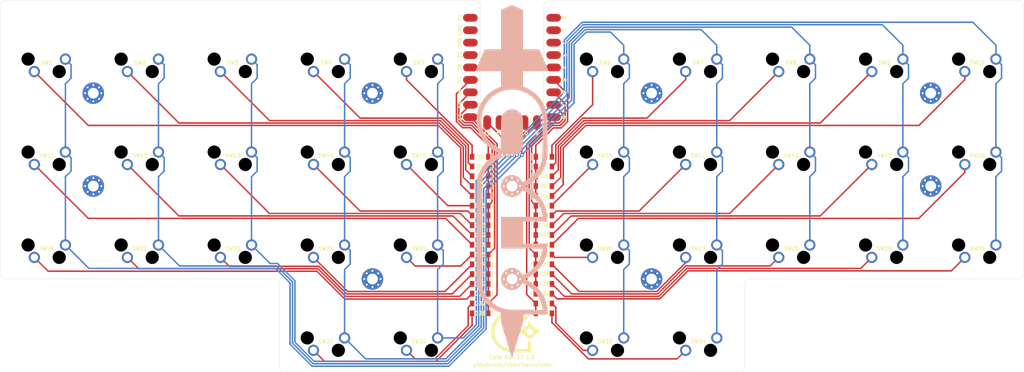
<source format=kicad_pcb>
(kicad_pcb (version 20240108) (generator "pcbnew") (generator_version "8.0")
  (title_block (title "Cata KS-33") (date "2025-07-27") (rev "1.0") (company "skarrmann"))
  (layers (0 "F.Cu" signal) (31 "B.Cu" signal) (34 "B.Paste" user) (35 "F.Paste" user) (36 "B.SilkS" user "B.Silkscreen") (37 "F.SilkS" user "F.Silkscreen") (38 "B.Mask" user) (39 "F.Mask" user) (44 "Edge.Cuts" user))
  (net 0 "")
  (net 1 "VCC")
  (net 6 "Net-(D1-A)")
  (net 7 "ROW1")
  (net 8 "Net-(D2-A)")
  (net 9 "Net-(D3-A)")
  (net 10 "Net-(D4-A)")
  (net 11 "Net-(D5-A)")
  (net 12 "Net-(D6-A)")
  (net 13 "Net-(D7-A)")
  (net 14 "Net-(D8-A)")
  (net 15 "Net-(D9-A)")
  (net 16 "Net-(D10-A)")
  (net 17 "Net-(D11-A)")
  (net 18 "ROW2")
  (net 19 "Net-(D12-A)")
  (net 20 "Net-(D13-A)")
  (net 21 "Net-(D14-A)")
  (net 22 "Net-(D15-A)")
  (net 23 "Net-(D16-A)")
  (net 24 "Net-(D17-A)")
  (net 25 "Net-(D18-A)")
  (net 26 "Net-(D19-A)")
  (net 27 "Net-(D20-A)")
  (net 28 "ROW3")
  (net 29 "Net-(D21-A)")
  (net 30 "Net-(D22-A)")
  (net 31 "Net-(D23-A)")
  (net 32 "Net-(D24-A)")
  (net 33 "Net-(D25-A)")
  (net 34 "Net-(D26-A)")
  (net 35 "Net-(D27-A)")
  (net 36 "Net-(D28-A)")
  (net 37 "Net-(D29-A)")
  (net 38 "Net-(D30-A)")
  (net 39 "Net-(D31-A)")
  (net 40 "ROW4")
  (net 41 "Net-(D32-A)")
  (net 42 "Net-(D33-A)")
  (net 43 "Net-(D34-A)")
  (net 50 "COL1")
  (net 51 "COL2")
  (net 52 "COL3")
  (net 53 "COL4")
  (net 54 "COL5")
  (net 56 "GND")
  (net 60 "ROW5")
  (net 61 "ROW6")
  (net 62 "ROW7")
  (net 63 "ROW8")
  (footprint "cata-footprints:D_SOD-123" (layer "F.Cu") (at 155 105.25)
    (property "Reference" "D9")
    (property "Value" "D" (hide yes))
  )
  (footprint "cata-footprints:SW_KS33_Reverse_Cutout" (layer "F.Cu") (at 91.5 114.75 180)
    (property "Reference" "SW23")
    (property "Value" "SW_Push")
  )
  (footprint "cata-footprints:D_SOD-123" (layer "F.Cu") (at 155 101.25)
    (property "Reference" "D7")
    (property "Value" "D" (hide yes))
  )
  (footprint "cata-footprints:D_SOD-123" (layer "F.Cu") (at 155 115.25)
    (property "Reference" "D19")
    (property "Value" "D" (hide yes))
  )
  (footprint "cata-footprints:SW_KS33_Reverse_Cutout" (layer "F.Cu") (at 72.5 95.75 180)
    (property "Reference" "SW12")
    (property "Value" "SW_Push")
  )
  (footprint "cata-footprints:SW_KS33_Reverse_Cutout" (layer "F.Cu") (at 205.5 76.75 180)
    (property "Reference" "SW8")
    (property "Value" "SW_Push")
  )
  (footprint "cata-footprints:SW_KS33_Reverse_Cutout" (layer "F.Cu") (at 129.5 114.75 180)
    (property "Reference" "SW25")
    (property "Value" "SW_Push")
  )
  (footprint "cata-footprints:D_SOD-123" (layer "F.Cu") (at 155 111.25)
    (property "Reference" "D17")
    (property "Value" "D" (hide yes))
  )
  (footprint "cata-footprints:Mount_M2" (layer "F.Cu") (at 148.5 105.25)
    (property "Reference" "H6")
    (property "Value" "Hole_Pad" (hide yes))
  )
  (footprint "cata-footprints:D_SOD-123" (layer "F.Cu") (at 142 117.25 180)
    (property "Reference" "D11")
    (property "Value" "D" (hide yes))
  )
  (footprint "cata-footprints:D_SOD-123" (layer "F.Cu") (at 142 99.25 180)
    (property "Reference" "D5")
    (property "Value" "D" (hide yes))
  )
  (footprint "cata-footprints:SW_KS33_Reverse_Cutout" (layer "F.Cu") (at 110.5 114.75 180)
    (property "Reference" "SW24")
    (property "Value" "SW_Push")
  )
  (footprint "cata-footprints:D_SOD-123" (layer "F.Cu") (at 155 131.25)
    (property "Reference" "D34")
    (property "Value" "D" (hide yes))
  )
  (footprint "cata-footprints:SW_KS33_Reverse_Cutout" (layer "F.Cu") (at 53.5 114.75 180)
    (property "Reference" "SW21")
    (property "Value" "SW_Push")
  )
  (footprint "cata-footprints:D_SOD-123" (layer "F.Cu") (at 142 129.25 180)
    (property "Reference" "D32")
    (property "Value" "D" (hide yes))
  )
  (footprint "cata-footprints:D_SOD-123" (layer "F.Cu") (at 155 109.25)
    (property "Reference" "D16")
    (property "Value" "D" (hide yes))
  )
  (footprint "cata-footprints:SW_KS33_Reverse_Cutout" (layer "F.Cu") (at 243.5 114.75 180)
    (property "Reference" "SW30")
    (property "Value" "SW_Push")
  )
  (footprint "cata-footprints:D_SOD-123" (layer "F.Cu") (at 155 123.25)
    (property "Reference" "D28")
    (property "Value" "D" (hide yes))
  )
  (footprint "cata-footprints:SW_KS33_Reverse_Cutout" (layer "F.Cu") (at 186.5 76.75 180)
    (property "Reference" "SW7")
    (property "Value" "SW_Push")
  )
  (footprint "cata-footprints:D_SOD-123" (layer "F.Cu") (at 155 99.25)
    (property "Reference" "D6")
    (property "Value" "D" (hide yes))
  )
  (footprint "cata-footprints:D_SOD-123" (layer "F.Cu") (at 142 109.25 180)
    (property "Reference" "D15")
    (property "Value" "D" (hide yes))
  )
  (footprint "cata-footprints:SW_KS33_Reverse_Cutout" (layer "F.Cu") (at 243.5 76.75 180)
    (property "Reference" "SW10")
    (property "Value" "SW_Push")
  )
  (footprint "cata-footprints:SW_KS33_Reverse_Cutout" (layer "F.Cu") (at 167.5 114.75 180)
    (property "Reference" "SW26")
    (property "Value" "SW_Push")
  )
  (footprint "cata-footprints:D_SOD-123" (layer "F.Cu") (at 155 117.25)
    (property "Reference" "D20")
    (property "Value" "D" (hide yes))
  )
  (footprint "cata-footprints:SW_KS33_Reverse_Cutout" (layer "F.Cu") (at 91.5 95.75 180)
    (property "Reference" "SW13")
    (property "Value" "SW_Push")
  )
  (footprint "cata-footprints:D_SOD-123" (layer "F.Cu") (at 142 103.25 180)
    (property "Reference" "D3")
    (property "Value" "D" (hide yes))
  )
  (footprint "cata-footprints:SW_KS33_Reverse_Cutout" (layer "F.Cu") (at 110.5 95.75 180)
    (property "Reference" "SW14")
    (property "Value" "SW_Push")
  )
  (footprint "cata-footprints:Mount_M2" (layer "F.Cu") (at 120 86.25)
    (property "Reference" "H2")
    (property "Value" "Hole_Pad" (hide yes))
  )
  (footprint "cata-footprints:Mount_M2" (layer "F.Cu") (at 234 86.25)
    (property "Reference" "H4")
    (property "Value" "Hole_Pad" (hide yes))
  )
  (footprint "cata-footprints:SW_KS33_Reverse_Cutout" (layer "F.Cu") (at 129.5 76.75 180)
    (property "Reference" "SW5")
    (property "Value" "SW_Push")
  )
  (footprint "cata-footprints:D_SOD-123" (layer "F.Cu") (at 142 119.25 180)
    (property "Reference" "D25")
    (property "Value" "D" (hide yes))
  )
  (footprint "cata-footprints:SW_KS33_Reverse_Cutout" (layer "F.Cu") (at 110.5 76.75 180)
    (property "Reference" "SW4")
    (property "Value" "SW_Push")
  )
  (footprint "cata-footprints:Logo_Cata" (layer "F.Cu") (at 149.1 135)
    (property "Reference" "LOGO1" (hide yes))
    (property "Value" "Logo" (hide yes))
  )
  (footprint "cata-footprints:SW_KS33_Reverse_Cutout" (layer "F.Cu") (at 205.5 95.75 180)
    (property "Reference" "SW18")
    (property "Value" "SW_Push")
  )
  (footprint "cata-footprints:Mount_M2" (layer "F.Cu") (at 63 86.25)
    (property "Reference" "H1")
    (property "Value" "Hole_Pad" (hide yes))
  )
  (footprint "cata-footprints:Mount_M2" (layer "F.Cu") (at 120 124.25)
    (property "Reference" "H8")
    (property "Value" "Hole_Pad" (hide yes))
  )
  (footprint "cata-footprints:SW_KS33_Reverse_Cutout" (layer "F.Cu") (at 167.5 133.75 180)
    (property "Reference" "SW33")
    (property "Value" "SW_Push")
  )
  (footprint "cata-footprints:SW_KS33_Reverse_Cutout" (layer "F.Cu") (at 167.5 95.75 180)
    (property "Reference" "SW16")
    (property "Value" "SW_Push")
  )
  (footprint "cata-footprints:SW_KS33_Reverse_Cutout" (layer "F.Cu") (at 167.5 76.75 180)
    (property "Reference" "SW6")
    (property "Value" "SW_Push")
  )
  (footprint "cata-footprints:D_SOD-123" (layer "F.Cu") (at 155 103.25)
    (property "Reference" "D8")
    (property "Value" "D" (hide yes))
  )
  (footprint "cata-footprints:D_SOD-123" (layer "F.Cu") (at 142 131.25 180)
    (property "Reference" "D31")
    (property "Value" "D" (hide yes))
  )
  (footprint "cata-footprints:D_SOD-123" (layer "F.Cu") (at 142 121.25 180)
    (property "Reference" "D24")
    (property "Value" "D" (hide yes))
  )
  (footprint "cata-footprints:D_SOD-123" (layer "F.Cu") (at 155 125.25)
    (property "Reference" "D29")
    (property "Value" "D" (hide yes))
  )
  (footprint "cata-footprints:SW_KS33_Reverse_Cutout" (layer "F.Cu") (at 186.5 133.75 180)
    (property "Reference" "SW34")
    (property "Value" "SW_Push")
  )
  (footprint "cata-footprints:D_SOD-123" (layer "F.Cu") (at 155 113.25)
    (property "Reference" "D18")
    (property "Value" "D" (hide yes))
  )
  (footprint "cata-footprints:SW_KS33_Reverse_Cutout" (layer "F.Cu") (at 72.5 76.75 180)
    (property "Reference" "SW2")
    (property "Value" "SW_Push")
  )
  (footprint "cata-footprints:SW_KS33_Reverse_Cutout" (layer "F.Cu") (at 205.5 114.75 180)
    (property "Reference" "SW28")
    (property "Value" "SW_Push")
  )
  (footprint "cata-footprints:SW_KS33_Reverse_Cutout" (layer "F.Cu") (at 224.5 95.75 180)
    (property "Reference" "SW19")
    (property "Value" "SW_Push")
  )
  (footprint "cata-footprints:SW_KS33_Reverse_Cutout" (layer "F.Cu") (at 53.5 76.75 180)
    (property "Reference" "SW1")
    (property "Value" "SW_Push")
  )
  (footprint "cata-footprints:SW_KS33_Reverse_Cutout" (layer "F.Cu") (at 186.5 114.75 180)
    (property "Reference" "SW27")
    (property "Value" "SW_Push")
  )
  (footprint "cata-footprints:D_SOD-123" (layer "F.Cu") (at 155 107.25)
    (property "Reference" "D10")
    (property "Value" "D" (hide yes))
  )
  (footprint "cata-footprints:SW_KS33_Reverse_Cutout" (layer "F.Cu") (at 129.5 133.75 180)
    (property "Reference" "SW32")
    (property "Value" "SW_Push")
  )
  (footprint "cata-footprints:SW_KS33_Reverse_Cutout" (layer "F.Cu") (at 110.5 133.75 180)
    (property "Reference" "SW31")
    (property "Value" "SW_Push")
  )
  (footprint "cata-footprints:D_SOD-123" (layer "F.Cu") (at 155 129.25)
    (property "Reference" "D33")
    (property "Value" "D" (hide yes))
  )
  (footprint "cata-footprints:D_SOD-123" (layer "F.Cu") (at 142 111.25 180)
    (property "Reference" "D14")
    (property "Value" "D" (hide yes))
  )
  (footprint "cata-footprints:Mount_M2" (layer "F.Cu") (at 63 105.25)
    (property "Reference" "H5")
    (property "Value" "Hole_Pad" (hide yes))
  )
  (footprint "cata-footprints:SW_KS33_Reverse_Cutout" (layer "F.Cu") (at 53.5 95.75 180)
    (property "Reference" "SW11")
    (property "Value" "SW_Push")
  )
  (footprint "cata-footprints:SW_KS33_Reverse_Cutout" (layer "F.Cu") (at 72.5 114.75 180)
    (property "Reference" "SW22")
    (property "Value" "SW_Push")
  )
  (footprint "cata-footprints:Mount_M2" (layer "F.Cu") (at 148.5 124.25)
    (property "Reference" "H9")
    (property "Value" "Hole_Pad" (hide yes))
  )
  (footprint "cata-footprints:D_SOD-123" (layer "F.Cu") (at 155 127.25)
    (property "Reference" "D30")
    (property "Value" "D" (hide yes))
  )
  (footprint "cata-footprints:SW_KS33_Reverse_Cutout" (layer "F.Cu") (at 224.5 76.75 180)
    (property "Reference" "SW9")
    (property "Value" "SW_Push")
  )
  (footprint "cata-footprints:D_SOD-123" (layer "F.Cu") (at 142 113.25 180)
    (property "Reference" "D13")
    (property "Value" "D" (hide yes))
  )
  (footprint "cata-footprints:Mount_M2" (layer "F.Cu") (at 234 105.25)
    (property "Reference" "H7")
    (property "Value" "Hole_Pad" (hide yes))
  )
  (footprint "cata-footprints:D_SOD-123" (layer "F.Cu") (at 142 101.25 180)
    (property "Reference" "D4")
    (property "Value" "D" (hide yes))
  )
  (footprint "cata-footprints:RP2040-Zero_SMD" (layer "F.Cu") (at 148.5 69.25)
    (property "Reference" "U1" (hide yes))
    (property "Value" "RP2040-Zero")
  )
  (footprint "cata-footprints:D_SOD-123" (layer "F.Cu") (at 142 125.25 180)
    (property "Reference" "D22")
    (property "Value" "D" (hide yes))
  )
  (footprint "cata-footprints:D_SOD-123" (layer "F.Cu") (at 142 127.25 180)
    (property "Reference" "D21")
    (property "Value" "D" (hide yes))
  )
  (footprint "cata-footprints:D_SOD-123" (layer "F.Cu") (at 142 105.25 180)
    (property "Reference" "D2")
    (property "Value" "D" (hide yes))
  )
  (footprint "cata-footprints:D_SOD-123" (layer "F.Cu") (at 155 121.25)
    (property "Reference" "D27")
    (property "Value" "D" (hide yes))
  )
  (footprint "cata-footprints:Mount_M2" (layer "F.Cu") (at 177 124.25)
    (property "Reference" "H10")
    (property "Value" "Hole_Pad" (hide yes))
  )
  (footprint "cata-footprints:D_SOD-123" (layer "F.Cu") (at 142 123.25 180)
    (property "Reference" "D23")
    (property "Value" "D" (hide yes))
  )
  (footprint "cata-footprints:D_SOD-123" (layer "F.Cu") (at 155 119.25)
    (property "Reference" "D26")
    (property "Value" "D" (hide yes))
  )
  (footprint "cata-footprints:Mount_M2" (layer "F.Cu") (at 177 86.25)
    (property "Reference" "H3")
    (property "Value" "Hole_Pad" (hide yes))
  )
  (footprint "cata-footprints:D_SOD-123" (layer "F.Cu") (at 142 115.25 180)
    (property "Reference" "D12")
    (property "Value" "D" (hide yes))
  )
  (footprint "cata-footprints:D_SOD-123" (layer "F.Cu") (at 142 107.25 180)
    (property "Reference" "D1")
    (property "Value" "D" (hide yes))
  )
  (footprint "cata-footprints:SW_KS33_Reverse_Cutout" (layer "F.Cu") (at 224.5 114.75 180)
    (property "Reference" "SW29")
    (property "Value" "SW_Push")
  )
  (footprint "cata-footprints:SW_KS33_Reverse_Cutout" (layer "F.Cu") (at 186.5 95.75 180)
    (property "Reference" "SW17")
    (property "Value" "SW_Push")
  )
  (footprint "cata-footprints:SW_KS33_Reverse_Cutout" (layer "F.Cu") (at 91.5 76.75 180)
    (property "Reference" "SW3")
    (property "Value" "SW_Push")
  )
  (footprint "cata-footprints:SW_KS33_Reverse_Cutout" (layer "F.Cu") (at 129.5 95.75 180)
    (property "Reference" "SW15")
    (property "Value" "SW_Push")
  )
  (footprint "cata-footprints:SW_KS33_Reverse_Cutout" (layer "F.Cu") (at 243.5 95.75 180)
    (property "Reference" "SW20")
    (property "Value" "SW_Push")
  )
  (footprint "cata-footprints:Logo_Cata_Name" (layer "B.Cu") (at 148.5 105.25 180)
    (property "Reference" "LOGO2" (hide yes))
    (property "Value" "Logo-Name" (hide yes))
  )
  (gr_arc (start 155 68.25) (mid 155.292893 67.542893) (end 156 67.25) (stroke (width 0.05)) (layer "Edge.Cuts"))
  (gr_line (start 154 90.25) (end 143 90.25) (stroke (width 0.05)) (layer "Edge.Cuts"))
  (gr_arc (start 143 90.25) (mid 142.292893 89.957107) (end 142 89.25) (stroke (width 0.05)) (layer "Edge.Cuts"))
  (gr_line (start 253 123.25) (end 253 68.25) (stroke (width 0.05)) (layer "Edge.Cuts"))
  (gr_arc (start 45.000001 124.249999) (mid 44.292894 123.957106) (end 44.000001 123.249999) (stroke (width 0.05)) (layer "Edge.Cuts"))
  (gr_line (start 197.000001 124.250001) (end 252 124.25) (stroke (width 0.05)) (layer "Edge.Cuts"))
  (gr_line (start 44.000001 123.249999) (end 44 68.25) (stroke (width 0.05)) (layer "Edge.Cuts"))
  (gr_arc (start 44 68.25) (mid 44.292893 67.542893) (end 45 67.25) (stroke (width 0.05)) (layer "Edge.Cuts"))
  (gr_line (start 252 67.25) (end 156 67.25) (stroke (width 0.05)) (layer "Edge.Cuts"))
  (gr_arc (start 99.999999 124.250001) (mid 100.707106 124.542894) (end 100.999999 125.250001) (stroke (width 0.05)) (layer "Edge.Cuts"))
  (gr_line (start 45.000001 124.249999) (end 99.999999 124.250001) (stroke (width 0.05)) (layer "Edge.Cuts"))
  (gr_arc (start 141 67.25) (mid 141.707107 67.542893) (end 142 68.25) (stroke (width 0.05)) (layer "Edge.Cuts"))
  (gr_line (start 45 67.25) (end 141 67.25) (stroke (width 0.05)) (layer "Edge.Cuts"))
  (gr_line (start 100.999999 125.250001) (end 101.000001 142.249999) (stroke (width 0.05)) (layer "Edge.Cuts"))
  (gr_arc (start 195.999999 142.249999) (mid 195.707106 142.957106) (end 194.999999 143.249999) (stroke (width 0.05)) (layer "Edge.Cuts"))
  (gr_arc (start 252 67.25) (mid 252.707107 67.542893) (end 253 68.25) (stroke (width 0.05)) (layer "Edge.Cuts"))
  (gr_line (start 102.000001 143.249999) (end 194.999999 143.249999) (stroke (width 0.05)) (layer "Edge.Cuts"))
  (gr_line (start 155 68.25) (end 155 89.25) (stroke (width 0.05)) (layer "Edge.Cuts"))
  (gr_line (start 142 68.25) (end 142 89.25) (stroke (width 0.05)) (layer "Edge.Cuts"))
  (gr_arc (start 253 123.25) (mid 252.707107 123.957107) (end 252 124.25) (stroke (width 0.05)) (layer "Edge.Cuts"))
  (gr_arc (start 102.000001 143.249999) (mid 101.292894 142.957106) (end 101.000001 142.249999) (stroke (width 0.05)) (layer "Edge.Cuts"))
  (gr_line (start 195.999999 142.249999) (end 196.000001 125.250001) (stroke (width 0.05)) (layer "Edge.Cuts"))
  (gr_arc (start 196.000001 125.250001) (mid 196.292894 124.542894) (end 197.000001 124.250001) (stroke (width 0.05)) (layer "Edge.Cuts"))
  (gr_arc (start 155 89.25) (mid 154.707107 89.957107) (end 154 90.25) (stroke (width 0.05)) (layer "Edge.Cuts"))
  (gr_text "Cata KS-33 1.0" (at 148.5 140.25 0) (layer "F.SilkS") (effects (font (size 0.75 0.75))))
  (gr_text "github.com/skarrmann/cata\n" (at 148.5 141.75 0) (layer "F.SilkS") (effects (font (size 0.75 0.75))))
  (segment (start 50.96 81.83) (end 61.98 92.85) (width 0.3) (layer "F.Cu") (net 6))
  (segment (start 138.05 104.95) (end 140.35 107.25) (width 0.3) (layer "F.Cu") (net 6))
  (segment (start 138.05 97.452233) (end 138.05 104.95) (width 0.3) (layer "F.Cu") (net 6))
  (segment (start 133.447767 92.85) (end 138.05 97.452233) (width 0.3) (layer "F.Cu") (net 6))
  (segment (start 61.98 92.85) (end 133.447767 92.85) (width 0.3) (layer "F.Cu") (net 6))
  (segment (start 137.15 86.39) (end 137.15 92.050558) (width 0.3) (layer "F.Cu") (net 7))
  (segment (start 143.65 99.25) (end 143.65 107.25) (width 0.3) (layer "F.Cu") (net 7))
  (segment (start 138.021168 92.921726) (end 138.021168 92.921728) (width 0.3) (layer "F.Cu") (net 7))
  (segment (start 138.021168 92.921728) (end 138.40944 93.31) (width 0.3) (layer "F.Cu") (net 7))
  (segment (start 138.40944 93.31) (end 140.028682 93.31) (width 0.3) (layer "F.Cu") (net 7))
  (segment (start 143.65 96.931318) (end 143.65 99.25) (width 0.3) (layer "F.Cu") (net 7))
  (segment (start 137.15 92.050558) (end 138.021168 92.921726) (width 0.3) (layer "F.Cu") (net 7))
  (segment (start 140 83.54) (end 137.15 86.39) (width 0.3) (layer "F.Cu") (net 7))
  (segment (start 140.028682 93.31) (end 143.65 96.931318) (width 0.3) (layer "F.Cu") (net 7))
  (segment (start 140.35 105.25) (end 138.55 103.45) (width 0.3) (layer "F.Cu") (net 8))
  (segment (start 138.55 103.45) (end 138.55 97.245127) (width 0.3) (layer "F.Cu") (net 8))
  (segment (start 133.654873 92.35) (end 80.48 92.35) (width 0.3) (layer "F.Cu") (net 8))
  (segment (start 138.55 97.245127) (end 133.654873 92.35) (width 0.3) (layer "F.Cu") (net 8))
  (segment (start 80.48 92.35) (end 69.96 81.83) (width 0.3) (layer "F.Cu") (net 8))
  (segment (start 139.05 101.95) (end 139.05 97.038019) (width 0.3) (layer "F.Cu") (net 9))
  (segment (start 140.35 103.25) (end 139.05 101.95) (width 0.3) (layer "F.Cu") (net 9))
  (segment (start 139.05 97.038019) (end 133.861981 91.85) (width 0.3) (layer "F.Cu") (net 9))
  (segment (start 98.98 91.85) (end 88.96 81.83) (width 0.3) (layer "F.Cu") (net 9))
  (segment (start 133.861981 91.85) (end 98.98 91.85) (width 0.3) (layer "F.Cu") (net 9))
  (segment (start 134.069088 91.35) (end 117.48 91.35) (width 0.3) (layer "F.Cu") (net 10))
  (segment (start 140.35 101.25) (end 139.55 100.45) (width 0.3) (layer "F.Cu") (net 10))
  (segment (start 117.48 91.35) (end 107.96 81.83) (width 0.3) (layer "F.Cu") (net 10))
  (segment (start 139.55 96.830912) (end 139.55 100.45) (width 0.3) (layer "F.Cu") (net 10))
  (segment (start 134.069088 91.35) (end 139.55 96.830912) (width 0.3) (layer "F.Cu") (net 10))
  (segment (start 136.888097 93.461903) (end 140.35 96.923806) (width 0.3) (layer "F.Cu") (net 11))
  (segment (start 126.96 83.533805) (end 126.96 81.83) (width 0.3) (layer "F.Cu") (net 11))
  (segment (start 136.888097 93.461903) (end 126.96 83.533805) (width 0.3) (layer "F.Cu") (net 11))
  (segment (start 140.35 99.25) (end 140.35 96.923806) (width 0.3) (layer "F.Cu") (net 11))
  (segment (start 164.96 81.83) (end 164.96 88.613806) (width 0.3) (layer "F.Cu") (net 12))
  (segment (start 164.96 88.613806) (end 156.65 96.923806) (width 0.3) (layer "F.Cu") (net 12))
  (segment (start 156.65 96.923806) (end 156.65 99.25) (width 0.3) (layer "F.Cu") (net 12))
  (segment (start 183.96 81.83) (end 183.96 83.456345) (width 0.3) (layer "F.Cu") (net 13))
  (segment (start 157.45 100.45) (end 156.65 101.25) (width 0.3) (layer "F.Cu") (net 13))
  (segment (start 162.930912 91.35) (end 157.45 96.830912) (width 0.3) (layer "F.Cu") (net 13))
  (segment (start 183.96 83.456345) (end 176.066345 91.35) (width 0.3) (layer "F.Cu") (net 13))
  (segment (start 157.45 96.830912) (end 157.45 100.45) (width 0.3) (layer "F.Cu") (net 13))
  (segment (start 176.066345 91.35) (end 162.930912 91.35) (width 0.3) (layer "F.Cu") (net 13))
  (segment (start 157.95 101.95) (end 156.65 103.25) (width 0.3) (layer "F.Cu") (net 14))
  (segment (start 202.96 81.83) (end 192.94 91.85) (width 0.3) (layer "F.Cu") (net 14))
  (segment (start 192.94 91.85) (end 163.138019 91.85) (width 0.3) (layer "F.Cu") (net 14))
  (segment (start 163.138019 91.85) (end 157.95 97.038019) (width 0.3) (layer "F.Cu") (net 14))
  (segment (start 157.95 97.038019) (end 157.95 101.95) (width 0.3) (layer "F.Cu") (net 14))
  (segment (start 221.96 81.83) (end 211.44 92.35) (width 0.3) (layer "F.Cu") (net 15))
  (segment (start 158.45 97.245126) (end 158.45 103.45) (width 0.3) (layer "F.Cu") (net 15))
  (segment (start 158.45 103.45) (end 156.65 105.25) (width 0.3) (layer "F.Cu") (net 15))
  (segment (start 211.44 92.35) (end 163.345126 92.35) (width 0.3) (layer "F.Cu") (net 15))
  (segment (start 163.345126 92.35) (end 158.45 97.245126) (width 0.3) (layer "F.Cu") (net 15))
  (segment (start 158.95 104.95) (end 156.65 107.25) (width 0.3) (layer "F.Cu") (net 16))
  (segment (start 163.552233 92.85) (end 158.95 97.452233) (width 0.3) (layer "F.Cu") (net 16))
  (segment (start 231.6 92.85) (end 163.552233 92.85) (width 0.3) (layer "F.Cu") (net 16))
  (segment (start 158.95 97.452233) (end 158.95 104.95) (width 0.3) (layer "F.Cu") (net 16))
  (segment (start 240.96 83.49) (end 231.6 92.85) (width 0.3) (layer "F.Cu") (net 16))
  (segment (start 240.96 81.83) (end 240.96 83.49) (width 0.3) (layer "F.Cu") (net 16))
  (segment (start 61.98 111.85) (end 134.95 111.85) (width 0.3) (layer "F.Cu") (net 17))
  (segment (start 50.96 100.83) (end 61.98 111.85) (width 0.3) (layer "F.Cu") (net 17))
  (segment (start 134.95 111.85) (end 140.35 117.25) (width 0.3) (layer "F.Cu") (net 17))
  (segment (start 153.35 96.931318) (end 153.35 99.25) (width 0.3) (layer "F.Cu") (net 18))
  (segment (start 157 83.54) (end 159.85 86.39) (width 0.3) (layer "F.Cu") (net 18))
  (segment (start 156.931318 93.35) (end 153.35 96.931318) (width 0.3) (layer "F.Cu") (net 18))
  (segment (start 159.85 86.39) (end 159.85 92.050558) (width 0.3) (layer "F.Cu") (net 18))
  (segment (start 153.35 99.25) (end 153.35 107.25) (width 0.3) (layer "F.Cu") (net 18))
  (segment (start 158.550558 93.35) (end 156.931318 93.35) (width 0.3) (layer "F.Cu") (net 18))
  (segment (start 159.85 92.050558) (end 158.550558 93.35) (width 0.3) (layer "F.Cu") (net 18))
  (segment (start 80.48 111.35) (end 136.45 111.35) (width 0.3) (layer "F.Cu") (net 19))
  (segment (start 69.96 100.83) (end 80.48 111.35) (width 0.3) (layer "F.Cu") (net 19))
  (segment (start 136.45 111.35) (end 140.35 115.25) (width 0.3) (layer "F.Cu") (net 19))
  (segment (start 98.98 110.85) (end 137.95 110.85) (width 0.3) (layer "F.Cu") (net 20))
  (segment (start 88.96 100.83) (end 98.98 110.85) (width 0.3) (layer "F.Cu") (net 20))
  (segment (start 137.95 110.85) (end 140.35 113.25) (width 0.3) (layer "F.Cu") (net 20))
  (segment (start 139.45 110.35) (end 140.35 111.25) (width 0.3) (layer "F.Cu") (net 21))
  (segment (start 117.48 110.35) (end 139.45 110.35) (width 0.3) (layer "F.Cu") (net 21))
  (segment (start 107.96 100.83) (end 117.48 110.35) (width 0.3) (layer "F.Cu") (net 21))
  (segment (start 135.38 109.25) (end 126.96 100.83) (width 0.3) (layer "F.Cu") (net 22))
  (segment (start 140.35 109.25) (end 135.38 109.25) (width 0.3) (layer "F.Cu") (net 22))
  (segment (start 156.65 109.14) (end 164.96 100.83) (width 0.3) (layer "F.Cu") (net 23))
  (segment (start 156.65 109.25) (end 156.65 109.14) (width 0.3) (layer "F.Cu") (net 23))
  (segment (start 156.65 111.25) (end 157.55 110.35) (width 0.3) (layer "F.Cu") (net 24))
  (segment (start 174.44 110.35) (end 183.96 100.83) (width 0.3) (layer "F.Cu") (net 24))
  (segment (start 157.55 110.35) (end 174.44 110.35) (width 0.3) (layer "F.Cu") (net 24))
  (segment (start 192.94 110.85) (end 202.96 100.83) (width 0.3) (layer "F.Cu") (net 25))
  (segment (start 159.05 110.85) (end 192.94 110.85) (width 0.3) (layer "F.Cu") (net 25))
  (segment (start 156.65 113.25) (end 159.05 110.85) (width 0.3) (layer "F.Cu") (net 25))
  (segment (start 160.55 111.35) (end 211.44 111.35) (width 0.3) (layer "F.Cu") (net 26))
  (segment (start 211.44 111.35) (end 221.96 100.83) (width 0.3) (layer "F.Cu") (net 26))
  (segment (start 156.65 115.25) (end 160.55 111.35) (width 0.3) (layer "F.Cu") (net 26))
  (segment (start 162.05 111.85) (end 231.566345 111.85) (width 0.3) (layer "F.Cu") (net 27))
  (segment (start 156.65 117.25) (end 162.05 111.85) (width 0.3) (layer "F.Cu") (net 27))
  (segment (start 240.96 102.456345) (end 231.566345 111.85) (width 0.3) (layer "F.Cu") (net 27))
  (segment (start 240.96 100.83) (end 240.96 102.456345) (width 0.3) (layer "F.Cu") (net 27))
  (segment (start 138.616547 92.81) (end 139.7 92.81) (width 0.3) (layer "F.Cu") (net 28))
  (segment (start 144.45 97.024212) (end 144.45 108.45) (width 0.3) (layer "F.Cu") (net 28))
  (segment (start 141.634341 94.208553) (end 143.637894 96.212106) (width 0.3) (layer "F.Cu") (net 28))
  (segment (start 138.228274 92.421726) (end 138.323654 92.517107) (width 0.3) (layer "F.Cu") (net 28))
  (segment (start 137.65 88.43) (end 137.65 91.35) (width 0.3) (layer "F.Cu") (net 28))
  (segment (start 138.323654 92.517107) (end 138.616547 92.81) (width 0.3) (layer "F.Cu") (net 28))
  (segment (start 137.65 91.35) (end 137.65 91.843452) (width 0.3) (layer "F.Cu") (net 28))
  (segment (start 144.45 108.45) (end 143.65 109.25) (width 0.3) (layer "F.Cu") (net 28))
  (segment (start 139.7 92.81) (end 140.235788 92.81) (width 0.3) (layer "F.Cu") (net 28))
  (segment (start 140.235788 92.81) (end 141.634341 94.208553) (width 0.3) (layer "F.Cu") (net 28))
  (segment (start 137.65 91.843452) (end 138.228274 92.421726) (width 0.3) (layer "F.Cu") (net 28))
  (segment (start 140 86.08) (end 137.65 88.43) (width 0.3) (layer "F.Cu") (net 28))
  (segment (start 143.65 109.25) (end 143.65 117.25) (width 0.3) (layer "F.Cu") (net 28))
  (segment (start 143.637894 96.212106) (end 144.45 97.024212) (width 0.3) (layer "F.Cu") (net 28))
  (segment (start 140.35 127.25) (end 139.25 128.35) (width 0.3) (layer "F.Cu") (net 29))
  (segment (start 139.25 128.35) (end 114.358682 128.35) (width 0.3) (layer "F.Cu") (net 29))
  (segment (start 114.358682 128.35) (end 108.658682 122.65) (width 0.3) (layer "F.Cu") (net 29))
  (segment (start 53.78 122.65) (end 50.96 119.83) (width 0.3) (layer "F.Cu") (net 29))
  (segment (start 108.658682 122.65) (end 53.78 122.65) (width 0.3) (layer "F.Cu") (net 29))
  (segment (start 108.865788 122.15) (end 72.28 122.15) (width 0.3) (layer "F.Cu") (net 30))
  (segment (start 114.515788 127.8) (end 108.865788 122.15) (width 0.3) (layer "F.Cu") (net 30))
  (segment (start 140.35 125.25) (end 137.8 127.8) (width 0.3) (layer "F.Cu") (net 30))
  (segment (start 137.8 127.8) (end 114.515788 127.8) (width 0.3) (layer "F.Cu") (net 30))
  (segment (start 72.28 122.15) (end 69.96 119.83) (width 0.3) (layer "F.Cu") (net 30))
  (segment (start 140.35 123.25) (end 136.3 127.3) (width 0.3) (layer "F.Cu") (net 31))
  (segment (start 136.3 127.3) (end 114.722894 127.3) (width 0.3) (layer "F.Cu") (net 31))
  (segment (start 90.78 121.65) (end 88.96 119.83) (width 0.3) (layer "F.Cu") (net 31))
  (segment (start 109.072894 121.65) (end 90.78 121.65) (width 0.3) (layer "F.Cu") (net 31))
  (segment (start 114.722894 127.3) (end 109.072894 121.65) (width 0.3) (layer "F.Cu") (net 31))
  (segment (start 107.96 119.83) (end 114.93 126.8) (width 0.3) (layer "F.Cu") (net 32))
  (segment (start 114.93 126.8) (end 134.8 126.8) (width 0.3) (layer "F.Cu") (net 32))
  (segment (start 134.8 126.8) (end 140.35 121.25) (width 0.3) (layer "F.Cu") (net 32))
  (segment (start 138.02 121.58) (end 128.71 121.58) (width 0.3) (layer "F.Cu") (net 33))
  (segment (start 140.35 119.25) (end 138.02 121.58) (width 0.3) (layer "F.Cu") (net 33))
  (segment (start 128.71 121.58) (end 126.96 119.83) (width 0.3) (layer "F.Cu") (net 33))
  (segment (start 164.96 119.83) (end 157.23 119.83) (width 0.3) (layer "F.Cu") (net 34))
  (segment (start 157.23 119.83) (end 156.65 119.25) (width 0.3) (layer "F.Cu") (net 34))
  (segment (start 156.65 121.25) (end 162.2 126.8) (width 0.3) (layer "F.Cu") (net 35))
  (segment (start 178.056245 126.8) (end 183.96 120.896245) (width 0.3) (layer "F.Cu") (net 35))
  (segment (start 162.2 126.8) (end 178.056245 126.8) (width 0.3) (layer "F.Cu") (net 35))
  (segment (start 183.96 120.896245) (end 183.96 119.83) (width 0.3) (layer "F.Cu") (net 35))
  (segment (start 160.7 127.3) (end 178.263351 127.3) (width 0.3) (layer "F.Cu") (net 36))
  (segment (start 183.983351 121.58) (end 201.21 121.58) (width 0.3) (layer "F.Cu") (net 36))
  (segment (start 201.21 121.58) (end 202.96 119.83) (width 0.3) (layer "F.Cu") (net 36))
  (segment (start 156.65 123.25) (end 160.7 127.3) (width 0.3) (layer "F.Cu") (net 36))
  (segment (start 178.263351 127.3) (end 183.983351 121.58) (width 0.3) (layer "F.Cu") (net 36))
  (segment (start 156.65 125.25) (end 159.2 127.8) (width 0.3) (layer "F.Cu") (net 37))
  (segment (start 178.470457 127.8) (end 184.190457 122.08) (width 0.3) (layer "F.Cu") (net 37))
  (segment (start 159.2 127.8) (end 178.470457 127.8) (width 0.3) (layer "F.Cu") (net 37))
  (segment (start 219.71 122.08) (end 221.96 119.83) (width 0.3) (layer "F.Cu") (net 37))
  (segment (start 184.190457 122.08) (end 219.71 122.08) (width 0.3) (layer "F.Cu") (net 37))
  (segment (start 178.677563 128.3) (end 184.397563 122.58) (width 0.3) (layer "F.Cu") (net 38))
  (segment (start 157.7 128.3) (end 178.677563 128.3) (width 0.3) (layer "F.Cu") (net 38))
  (segment (start 156.65 127.25) (end 157.7 128.3) (width 0.3) (layer "F.Cu") (net 38))
  (segment (start 184.397563 122.58) (end 238.21 122.58) (width 0.3) (layer "F.Cu") (net 38))
  (segment (start 238.21 122.58) (end 240.96 119.83) (width 0.3) (layer "F.Cu") (net 38))
  (segment (start 132.97198 141.08) (end 110.21 141.08) (width 0.3) (layer "F.Cu") (net 39))
  (segment (start 140.35 131.25) (end 140.35 133.70198) (width 0.3) (layer "F.Cu") (net 39))
  (segment (start 110.21 141.08) (end 107.96 138.83) (width 0.3) (layer "F.Cu") (net 39))
  (segment (start 140.35 133.70198) (end 132.97198 141.08) (width 0.3) (layer "F.Cu") (net 39))
  (segment (start 158.343453 92.85) (end 156.724212 92.85) (width 0.3) (layer "F.Cu") (net 40))
  (segment (start 154.865659 94.708553) (end 152.5 97.074211) (width 0.3) (layer "F.Cu") (net 40))
  (segment (start 157 86.08) (end 159.35 88.43) (width 0.3) (layer "F.Cu") (net 40))
  (segment (start 159.35 88.43) (end 159.35 91.843452) (width 0.3) (layer "F.Cu") (net 40))
  (segment (start 158.421726 92.771726) (end 158.343453 92.85) (width 0.3) (layer "F.Cu") (net 40))
  (segment (start 152.5 108.4) (end 153.35 109.25) (width 0.3) (layer "F.Cu") (net 40))
  (segment (start 159.35 91.843452) (end 158.421726 92.771726) (width 0.3) (layer "F.Cu") (net 40))
  (segment (start 152.5 97.074211) (end 152.5 108.4) (width 0.3) (layer "F.Cu") (net 40))
  (segment (start 156.724212 92.85) (end 154.865659 94.708553) (width 0.3) (layer "F.Cu") (net 40))
  (segment (start 153.35 109.25) (end 153.35 117.25) (width 0.3) (layer "F.Cu") (net 40))
  (segment (start 139.55 130.05) (end 139.55 133.794874) (width 0.3) (layer "F.Cu") (net 41))
  (segment (start 132.764874 140.58) (end 128.71 140.58) (width 0.3) (layer "F.Cu") (net 41))
  (segment (start 140.35 129.25) (end 139.55 130.05) (width 0.3) (layer "F.Cu") (net 41))
  (segment (start 139.55 133.794874) (end 132.764874 140.58) (width 0.3) (layer "F.Cu") (net 41))
  (segment (start 128.71 140.58) (end 126.96 138.83) (width 0.3) (layer "F.Cu") (net 41))
  (segment (start 157.45 130.05) (end 157.45 133.234215) (width 0.3) (layer "F.Cu") (net 42))
  (segment (start 163.045785 138.83) (end 164.96 138.83) (width 0.3) (layer "F.Cu") (net 42))
  (segment (start 157.45 133.234215) (end 163.045785 138.83) (width 0.3) (layer "F.Cu") (net 42))
  (segment (start 156.65 129.25) (end 157.45 130.05) (width 0.3) (layer "F.Cu") (net 42))
  (segment (start 182.21 140.58) (end 164.088679 140.58) (width 0.3) (layer "F.Cu") (net 43))
  (segment (start 164.088679 140.58) (end 156.65 133.141321) (width 0.3) (layer "F.Cu") (net 43))
  (segment (start 156.65 133.141321) (end 156.65 131.25) (width 0.3) (layer "F.Cu") (net 43))
  (segment (start 183.96 138.83) (end 182.21 140.58) (width 0.3) (layer "F.Cu") (net 43))
  (segment (start 150.5 95.33) (end 153.58 92.25) (width 0.3) (layer "F.Cu") (net 50))
  (segment (start 150.5 98.689339) (end 150.5 95.33) (width 0.3) (layer "F.Cu") (net 50))
  (via (at 150.5 98.889339) (size 0.8) (drill 0.4) (layers "F.Cu" "B.Cu") (net 50))
  (segment (start 161.17 76.232233) (end 161.17 88.219339) (width 0.3) (layer "B.Cu") (net 50))
  (segment (start 58.46 83.18) (end 57.31 84.33) (width 0.3) (layer "B.Cu") (net 50))
  (segment (start 58.46 99.44) (end 58.46 102.18) (width 0.3) (layer "B.Cu") (net 50))
  (segment (start 57.31 103.33) (end 57.31 117.29) (width 0.3) (layer "B.Cu") (net 50))
  (segment (start 143.2 134.471322) (end 143.2 106.25) (width 0.3) (layer "B.Cu") (net 50))
  (segment (start 107.674465 142.08) (end 135.591322 142.08) (width 0.3) (layer "B.Cu") (net 50))
  (segment (start 57.31 79.29) (end 58.46 80.44) (width 0.3) (layer "B.Cu") (net 50))
  (segment (start 103.17 125.034212) (end 103.17 137.575535) (width 0.3) (layer "B.Cu") (net 50))
  (segment (start 57.31 84.33) (end 57.31 98.29) (width 0.3) (layer "B.Cu") (net 50))
  (segment (start 161.17 88.219339) (end 150.5 98.889339) (width 0.3) (layer "B.Cu") (net 50))
  (segment (start 172.46 80.44) (end 172.46 83.18) (width 0.3) (layer "B.Cu") (net 50))
  (segment (start 57.31 98.29) (end 58.46 99.44) (width 0.3) (layer "B.Cu") (net 50))
  (segment (start 171.31 117.29) (end 172.46 118.44) (width 0.3) (layer "B.Cu") (net 50))
  (segment (start 163.652233 73.75) (end 161.17 76.232233) (width 0.3) (layer "B.Cu") (net 50))
  (segment (start 58.46 80.44) (end 58.46 83.18) (width 0.3) (layer "B.Cu") (net 50))
  (segment (start 171.31 122.33) (end 171.31 136.29) (width 0.3) (layer "B.Cu") (net 50))
  (segment (start 171.31 79.29) (end 172.46 80.44) (width 0.3) (layer "B.Cu") (net 50))
  (segment (start 103.17 137.575535) (end 107.674465 142.08) (width 0.3) (layer "B.Cu") (net 50))
  (segment (start 135.591322 142.08) (end 143.2 134.471322) (width 0.3) (layer "B.Cu") (net 50))
  (segment (start 172.46 99.44) (end 172.46 102.18) (width 0.3) (layer "B.Cu") (net 50))
  (segment (start 150.5 98.95) (end 150.5 98.889339) (width 0.3) (layer "B.Cu") (net 50))
  (segment (start 172.46 83.18) (end 171.31 84.33) (width 0.3) (layer "B.Cu") (net 50))
  (segment (start 171.31 98.29) (end 172.46 99.44) (width 0.3) (layer "B.Cu") (net 50))
  (segment (start 58.46 102.18) (end 57.31 103.33) (width 0.3) (layer "B.Cu") (net 50))
  (segment (start 172.46 121.18) (end 171.31 122.33) (width 0.3) (layer "B.Cu") (net 50))
  (segment (start 171.31 84.33) (end 171.31 98.29) (width 0.3) (layer "B.Cu") (net 50))
  (segment (start 143.2 106.25) (end 150.5 98.95) (width 0.3) (layer "B.Cu") (net 50))
  (segment (start 100.215788 122.08) (end 103.17 125.034212) (width 0.3) (layer "B.Cu") (net 50))
  (segment (start 57.31 117.29) (end 62.1 122.08) (width 0.3) (layer "B.Cu") (net 50))
  (segment (start 171.31 103.33) (end 171.31 117.29) (width 0.3) (layer "B.Cu") (net 50))
  (segment (start 168.601219 73.75) (end 163.652233 73.75) (width 0.3) (layer "B.Cu") (net 50))
  (segment (start 172.46 102.18) (end 171.31 103.33) (width 0.3) (layer "B.Cu") (net 50))
  (segment (start 171.31 79.29) (end 171.31 76.458781) (width 0.3) (layer "B.Cu") (net 50))
  (segment (start 62.1 122.08) (end 100.215788 122.08) (width 0.3) (layer "B.Cu") (net 50))
  (segment (start 171.31 76.458781) (end 168.601219 73.75) (width 0.3) (layer "B.Cu") (net 50))
  (segment (start 172.46 118.44) (end 172.46 121.18) (width 0.3) (layer "B.Cu") (net 50))
  (segment (start 149.5 93.79) (end 149.5 98.689339) (width 0.3) (layer "F.Cu") (net 51))
  (segment (start 151.04 92.25) (end 149.5 93.79) (width 0.3) (layer "F.Cu") (net 51))
  (via (at 149.5 98.889339) (size 0.8) (drill 0.4) (layers "F.Cu" "B.Cu") (net 51))
  (segment (start 149.5 98.828678) (end 149.5 98.889339) (width 0.3) (layer "B.Cu") (net 51))
  (segment (start 142.7 105.75) (end 149.5 98.95) (width 0.3) (layer "B.Cu") (net 51))
  (segment (start 100.422894 121.58) (end 103.67 124.827106) (width 0.3) (layer "B.Cu") (net 51))
  (segment (start 77.46 80.44) (end 77.46 83.18) (width 0.3) (layer "B.Cu") (net 51))
  (segment (start 191.46 99.44) (end 191.46 102.18) (width 0.3) (layer "B.Cu") (net 51))
  (segment (start 190.31 79.29) (end 190.31 76.458781) (width 0.3) (layer "B.Cu") (net 51))
  (segment (start 191.46 121.18) (end 190.31 122.33) (width 0.3) (layer "B.Cu") (net 51))
  (segment (start 76.31 84.33) (end 76.31 98.29) (width 0.3) (layer "B.Cu") (net 51))
  (segment (start 135.384215 141.58) (end 142.7 134.264215) (width 0.3) (layer "B.Cu") (net 51))
  (segment (start 160.67 76.025126) (end 160.67 87.658678) (width 0.3) (layer "B.Cu") (net 51))
  (segment (start 191.46 118.44) (end 191.46 121.18) (width 0.3) (layer "B.Cu") (net 51))
  (segment (start 80.6 121.58) (end 100.422894 121.58) (width 0.3) (layer "B.Cu") (net 51))
  (segment (start 190.31 103.33) (end 190.31 117.29) (width 0.3) (layer "B.Cu") (net 51))
  (segment (start 163.445126 73.25) (end 160.67 76.025126) (width 0.3) (layer "B.Cu") (net 51))
  (segment (start 190.31 98.29) (end 191.46 99.44) (width 0.3) (layer "B.Cu") (net 51))
  (segment (start 76.31 117.29) (end 80.6 121.58) (width 0.3) (layer "B.Cu") (net 51))
  (segment (start 77.46 102.18) (end 76.31 103.33) (width 0.3) (layer "B.Cu") (net 51))
  (segment (start 149.5 98.95) (end 149.5 98.889339) (width 0.3) (layer "B.Cu") (net 51))
  (segment (start 77.46 83.18) (end 76.31 84.33) (width 0.3) (layer "B.Cu") (net 51))
  (segment (start 76.31 103.33) (end 76.31 117.29) (width 0.3) (layer "B.Cu") (net 51))
  (segment (start 76.31 79.29) (end 77.46 80.44) (width 0.3) (layer "B.Cu") (net 51))
  (segment (start 190.31 84.33) (end 190.31 98.29) (width 0.3) (layer "B.Cu") (net 51))
  (segment (start 191.46 102.18) (end 190.31 103.33) (width 0.3) (layer "B.Cu") (net 51))
  (segment (start 190.31 76.458781) (end 187.101219 73.25) (width 0.3) (layer "B.Cu") (net 51))
  (segment (start 190.31 122.33) (end 190.31 136.29) (width 0.3) (layer "B.Cu") (net 51))
  (segment (start 103.67 137.368428) (end 107.881572 141.58) (width 0.3) (layer "B.Cu") (net 51))
  (segment (start 187.101219 73.25) (end 163.445126 73.25) (width 0.3) (layer "B.Cu") (net 51))
  (segment (start 142.7 134.264215) (end 142.7 105.75) (width 0.3) (layer "B.Cu") (net 51))
  (segment (start 190.31 79.29) (end 191.46 80.44) (width 0.3) (layer "B.Cu") (net 51))
  (segment (start 190.31 117.29) (end 191.46 118.44) (width 0.3) (layer "B.Cu") (net 51))
  (segment (start 103.67 124.827106) (end 103.67 137.368428) (width 0.3) (layer "B.Cu") (net 51))
  (segment (start 107.881572 141.58) (end 135.384215 141.58) (width 0.3) (layer "B.Cu") (net 51))
  (segment (start 76.31 98.29) (end 77.46 99.44) (width 0.3) (layer "B.Cu") (net 51))
  (segment (start 77.46 99.44) (end 77.46 102.18) (width 0.3) (layer "B.Cu") (net 51))
  (segment (start 191.46 83.18) (end 190.31 84.33) (width 0.3) (layer "B.Cu") (net 51))
  (segment (start 160.67 87.658678) (end 149.5 98.828678) (width 0.3) (layer "B.Cu") (net 51))
  (segment (start 191.46 80.44) (end 191.46 83.18) (width 0.3) (layer "B.Cu") (net 51))
  (segment (start 148.5 92.25) (end 148.5 98.689339) (width 0.3) (layer "F.Cu") (net 52))
  (via (at 148.5 98.889339) (size 0.8) (drill 0.4) (layers "F.Cu" "B.Cu") (net 52))
  (segment (start 96.46 99.44) (end 96.46 102.18) (width 0.3) (layer "B.Cu") (net 52))
  (segment (start 99.1 121.08) (end 100.63 121.08) (width 0.3) (layer "B.Cu") (net 52))
  (segment (start 142.2 105.25) (end 148.5 98.95) (width 0.3) (layer "B.Cu") (net 52))
  (segment (start 148.5 98.95) (end 148.5 98.889339) (width 0.3) (layer "B.Cu") (net 52))
  (segment (start 209.31 76.458781) (end 205.601219 72.75) (width 0.3) (layer "B.Cu") (net 52))
  (segment (start 95.31 98.29) (end 96.46 99.44) (width 0.3) (layer "B.Cu") (net 52))
  (segment (start 100.63 121.08) (end 104.17 124.62) (width 0.3) (layer "B.Cu") (net 52))
  (segment (start 135.177108 141.08) (end 142.2 134.057108) (width 0.3) (layer "B.Cu") (net 52))
  (segment (start 148.5 98.828678) (end 148.5 98.889339) (width 0.3) (layer "B.Cu") (net 52))
  (segment (start 210.46 80.44) (end 210.46 83.18) (width 0.3) (layer "B.Cu") (net 52))
  (segment (start 95.31 117.29) (end 99.1 121.08) (width 0.3) (layer "B.Cu") (net 52))
  (segment (start 96.46 80.44) (end 96.46 83.18) (width 0.3) (layer "B.Cu") (net 52))
  (segment (start 209.31 98.29) (end 210.46 99.44) (width 0.3) (layer "B.Cu") (net 52))
  (segment (start 108.088679 141.08) (end 135.177108 141.08) (width 0.3) (layer "B.Cu") (net 52))
  (segment (start 96.46 83.18) (end 95.31 84.33) (width 0.3) (layer "B.Cu") (net 52))
  (segment (start 209.31 79.29) (end 210.46 80.44) (width 0.3) (layer "B.Cu") (net 52))
  (segment (start 209.31 84.33) (end 209.31 98.29) (width 0.3) (layer "B.Cu") (net 52))
  (segment (start 160.17 75.81802) (end 160.17 87.158678) (width 0.3) (layer "B.Cu") (net 52))
  (segment (start 209.31 79.29) (end 209.31 76.458781) (width 0.3) (layer "B.Cu") (net 52))
  (segment (start 142.2 134.057108) (end 142.2 105.25) (width 0.3) (layer "B.Cu") (net 52))
  (segment (start 95.31 103.33) (end 95.31 117.29) (width 0.3) (layer "B.Cu") (net 52))
  (segment (start 210.46 99.44) (end 210.46 102.18) (width 0.3) (layer "B.Cu") (net 52))
  (segment (start 160.17 87.158678) (end 148.5 98.828678) (width 0.3) (layer "B.Cu") (net 52))
  (segment (start 96.46 102.18) (end 95.31 103.33) (width 0.3) (layer "B.Cu") (net 52))
  (segment (start 163.23802 72.75) (end 160.17 75.81802) (width 0.3) (layer "B.Cu") (net 52))
  (segment (start 104.17 124.62) (end 104.17 137.161321) (width 0.3) (layer "B.Cu") (net 52))
  (segment (start 95.31 79.29) (end 96.46 80.44) (width 0.3) (layer "B.Cu") (net 52))
  (segment (start 104.17 137.161321) (end 108.088679 141.08) (width 0.3) (layer "B.Cu") (net 52))
  (segment (start 95.31 84.33) (end 95.31 98.29) (width 0.3) (layer "B.Cu") (net 52))
  (segment (start 210.46 83.18) (end 209.31 84.33) (width 0.3) (layer "B.Cu") (net 52))
  (segment (start 209.31 103.33) (end 209.31 117.29) (width 0.3) (layer "B.Cu") (net 52))
  (segment (start 210.46 102.18) (end 209.31 103.33) (width 0.3) (layer "B.Cu") (net 52))
  (segment (start 205.601219 72.75) (end 163.23802 72.75) (width 0.3) (layer "B.Cu") (net 52))
  (segment (start 147.5 93.79) (end 147.5 98.689339) (width 0.3) (layer "F.Cu") (net 53))
  (segment (start 145.96 92.25) (end 147.5 93.79) (width 0.3) (layer "F.Cu") (net 53))
  (segment (start 147.5 98.689336) (end 147.499997 98.689339) (width 0.3) (layer "F.Cu") (net 53))
  (via (at 147.5 98.889339) (size 0.8) (drill 0.4) (layers "F.Cu" "B.Cu") (net 53))
  (segment (start 115.46 102.18) (end 114.31 103.33) (width 0.3) (layer "B.Cu") (net 53))
  (segment (start 118.6 140.58) (end 134.970001 140.58) (width 0.3) (layer "B.Cu") (net 53))
  (segment (start 115.46 118.44) (end 115.46 121.18) (width 0.3) (layer "B.Cu") (net 53))
  (segment (start 141.7 104.75) (end 147.5 98.95) (width 0.3) (layer "B.Cu") (net 53))
  (segment (start 228.31 79.29) (end 229.46 80.44) (width 0.3) (layer "B.Cu") (net 53))
  (segment (start 141.7 133.850001) (end 141.7 104.75) (width 0.3) (layer "B.Cu") (net 53))
  (segment (start 228.31 98.29) (end 229.46 99.44) (width 0.3) (layer "B.Cu") (net 53))
  (segment (start 114.31 117.29) (end 115.46 118.44) (width 0.3) (layer "B.Cu") (net 53))
  (segment (start 115.46 99.44) (end 115.46 102.18) (width 0.3) (layer "B.Cu") (net 53))
  (segment (start 229.46 99.44) (end 229.46 102.18) (width 0.3) (layer "B.Cu") (net 53))
  (segment (start 228.31 84.33) (end 228.31 98.29) (width 0.3) (layer "B.Cu") (net 53))
  (segment (start 114.31 136.29) (end 118.6 140.58) (width 0.3) (layer "B.Cu") (net 53))
  (segment (start 228.31 76.458781) (end 224.101219 72.25) (width 0.3) (layer "B.Cu") (net 53))
  (segment (start 159.67 75.610913) (end 159.67 86.658678) (width 0.3) (layer "B.Cu") (net 53))
  (segment (start 114.31 84.33) (end 114.31 98.29) (width 0.3) (layer "B.Cu") (net 53))
  (segment (start 229.46 102.18) (end 228.31 103.33) (width 0.3) (layer "B.Cu") (net 53))
  (segment (start 163.030913 72.25) (end 159.67 75.610913) (width 0.3) (layer "B.Cu") (net 53))
  (segment (start 115.46 80.44) (end 115.46 83.18) (width 0.3) (layer "B.Cu") (net 53))
  (segment (start 228.31 103.33) (end 228.31 117.29) (width 0.3) (layer "B.Cu") (net 53))
  (segment (start 114.31 103.33) (end 114.31 117.29) (width 0.3) (layer "B.Cu") (net 53))
  (segment (start 228.31 79.29) (end 228.31 76.458781) (width 0.3) (layer "B.Cu") (net 53))
  (segment (start 115.46 83.18) (end 114.31 84.33) (width 0.3) (layer "B.Cu") (net 53))
  (segment (start 134.970001 140.58) (end 141.7 133.850001) (width 0.3) (layer "B.Cu") (net 53))
  (segment (start 224.101219 72.25) (end 163.030913 72.25) (width 0.3) (layer "B.Cu") (net 53))
  (segment (start 229.46 83.18) (end 228.31 84.33) (width 0.3) (layer "B.Cu") (net 53))
  (segment (start 114.31 79.29) (end 115.46 80.44) (width 0.3) (layer "B.Cu") (net 53))
  (segment (start 147.5 98.95) (end 147.5 98.889339) (width 0.3) (layer "B.Cu") (net 53))
  (segment (start 114.31 98.29) (end 115.46 99.44) (width 0.3) (layer "B.Cu") (net 53))
  (segment (start 147.5 98.828678) (end 147.5 98.889339) (width 0.3) (layer "B.Cu") (net 53))
  (segment (start 114.31 122.33) (end 114.31 136.29) (width 0.3) (layer "B.Cu") (net 53))
  (segment (start 115.46 121.18) (end 114.31 122.33) (width 0.3) (layer "B.Cu") (net 53))
  (segment (start 229.46 80.44) (end 229.46 83.18) (width 0.3) (layer "B.Cu") (net 53))
  (segment (start 159.67 86.658678) (end 147.5 98.828678) (width 0.3) (layer "B.Cu") (net 53))
  (segment (start 143.42 92.25) (end 146.5 95.33) (width 0.3) (layer "F.Cu") (net 54))
  (segment (start 146.5 95.33) (end 146.5 98.689339) (width 0.3) (layer "F.Cu") (net 54))
  (via (at 146.5 98.889339) (size 0.8) (drill 0.4) (layers "F.Cu" "B.Cu") (net 54))
  (segment (start 162.823806 71.75) (end 159.17 75.403806) (width 0.3) (layer "B.Cu") (net 54))
  (segment (start 247.31 76.458781) (end 242.601219 71.75) (width 0.3) (layer "B.Cu") (net 54))
  (segment (start 138.552894 136.29) (end 141.2 133.642894) (width 0.3) (layer "B.Cu") (net 54))
  (segment (start 247.31 79.29) (end 248.46 80.44) (width 0.3) (layer "B.Cu") (net 54))
  (segment (start 242.601219 71.75) (end 162.823806 71.75) (width 0.3) (layer "B.Cu") (net 54))
  (segment (start 133.31 79.29) (end 134.46 80.44) (width 0.3) (layer "B.Cu") (net 54))
  (segment (start 248.46 83.18) (end 247.31 84.33) (width 0.3) (layer "B.Cu") (net 54))
  (segment (start 133.31 98.29) (end 134.46 99.44) (width 0.3) (layer "B.Cu") (net 54))
  (segment (start 248.46 102.18) (end 247.31 103.33) (width 0.3) (layer "B.Cu") (net 54))
  (segment (start 159.17 86.063565) (end 146.5 98.733565) (width 0.3) (layer "B.Cu") (net 54))
  (segment (start 146.5 98.889339) (end 141.2 104.189339) (width 0.3) (layer "B.Cu") (net 54))
  (segment (start 247.31 79.29) (end 247.31 76.458781) (width 0.3) (layer "B.Cu") (net 54))
  (segment (start 247.31 103.33) (end 247.31 117.29) (width 0.3) (layer "B.Cu") (net 54))
  (segment (start 133.31 103.33) (end 133.31 117.29) (width 0.3) (layer "B.Cu") (net 54))
  (segment (start 134.46 80.44) (end 134.46 83.18) (width 0.3) (layer "B.Cu") (net 54))
  (segment (start 134.46 121.18) (end 133.31 122.33) (width 0.3) (layer "B.Cu") (net 54))
  (segment (start 247.31 98.29) (end 248.46 99.44) (width 0.3) (layer "B.Cu") (net 54))
  (segment (start 134.46 99.44) (end 134.46 102.18) (width 0.3) (layer "B.Cu") (net 54))
  (segment (start 248.46 80.44) (end 248.46 83.18) (width 0.3) (layer "B.Cu") (net 54))
  (segment (start 133.31 136.29) (end 138.552894 136.29) (width 0.3) (layer "B.Cu") (net 54))
  (segment (start 134.46 118.44) (end 134.46 121.18) (width 0.3) (layer "B.Cu") (net 54))
  (segment (start 134.46 102.18) (end 133.31 103.33) (width 0.3) (layer "B.Cu") (net 54))
  (segment (start 247.31 84.33) (end 247.31 98.29) (width 0.3) (layer "B.Cu") (net 54))
  (segment (start 146.5 98.733565) (end 146.5 98.889339) (width 0.3) (layer "B.Cu") (net 54))
  (segment (start 159.17 75.403806) (end 159.17 86.063565) (width 0.3) (layer "B.Cu") (net 54))
  (segment (start 133.31 84.33) (end 133.31 98.29) (width 0.3) (layer "B.Cu") (net 54))
  (segment (start 134.46 83.18) (end 133.31 84.33) (width 0.3) (layer "B.Cu") (net 54))
  (segment (start 133.31 122.33) (end 133.31 136.29) (width 0.3) (layer "B.Cu") (net 54))
  (segment (start 141.2 104.189339) (end 141.2 133.642894) (width 0.3) (layer "B.Cu") (net 54))
  (segment (start 133.31 117.29) (end 134.46 118.44) (width 0.3) (layer "B.Cu") (net 54))
  (segment (start 248.46 99.44) (end 248.46 102.18) (width 0.3) (layer "B.Cu") (net 54))
  (segment (start 144.95 96.817105) (end 144.95 117.95) (width 0.3) (layer "F.Cu") (net 60))
  (segment (start 143.65 119.25) (end 143.65 127.25) (width 0.3) (layer "F.Cu") (net 60))
  (segment (start 140 88.62) (end 138.15 90.47) (width 0.3) (layer "F.Cu") (net 60))
  (segment (start 144.95 117.95) (end 143.65 119.25) (width 0.3) (layer "F.Cu") (net 60))
  (segment (start 140.442895 92.31) (end 144.95 96.817105) (width 0.3) (layer "F.Cu") (net 60))
  (segment (start 138.15 91.636346) (end 138.823654 92.31) (width 0.3) (layer "F.Cu") (net 60))
  (segment (start 138.823654 92.31) (end 140.442895 92.31) (width 0.3) (layer "F.Cu") (net 60))
  (segment (start 138.15 90.47) (end 138.15 91.636346) (width 0.3) (layer "F.Cu") (net 60))
  (segment (start 158.85 90.47) (end 158.85 91.636346) (width 0.3) (layer "F.Cu") (net 61))
  (segment (start 158.85 91.636346) (end 158.136346 92.35) (width 0.3) (layer "F.Cu") (net 61))
  (segment (start 152 96.867105) (end 152 117.9) (width 0.3) (layer "F.Cu") (net 61))
  (segment (start 156.517105 92.35) (end 152 96.867105) (width 0.3) (layer "F.Cu") (net 61))
  (segment (start 152 117.9) (end 153.35 119.25) (width 0.3) (layer "F.Cu") (net 61))
  (segment (start 158.136346 92.35) (end 156.517105 92.35) (width 0.3) (layer "F.Cu") (net 61))
  (segment (start 157 88.62) (end 158.85 90.47) (width 0.3) (layer "F.Cu") (net 61))
  (segment (start 153.35 119.25) (end 153.35 127.25) (width 0.3) (layer "F.Cu") (net 61))
  (segment (start 145.45 127.45) (end 143.65 129.25) (width 0.3) (layer "F.Cu") (net 62))
  (segment (start 144.195001 95.355) (end 145.157107 96.317105) (width 0.3) (layer "F.Cu") (net 62))
  (segment (start 145.45 96.609998) (end 145.45 127.45) (width 0.3) (layer "F.Cu") (net 62))
  (segment (start 140.003654 91.16) (end 142.796827 93.953173) (width 0.3) (layer "F.Cu") (net 62))
  (segment (start 142.796827 93.953173) (end 142.796827 93.956826) (width 0.3) (layer "F.Cu") (net 62))
  (segment (start 142.796827 93.956826) (end 144.195001 95.355) (width 0.3) (layer "F.Cu") (net 62))
  (segment (start 143.65 129.25) (end 143.65 131.25) (width 0.3) (layer "F.Cu") (net 62))
  (segment (start 145.157107 96.317105) (end 145.45 96.609998) (width 0.3) (layer "F.Cu") (net 62))
  (segment (start 140 91.16) (end 140.003654 91.16) (width 0.3) (layer "F.Cu") (net 62))
  (segment (start 151.5 127.4) (end 153.35 129.25) (width 0.3) (layer "F.Cu") (net 63))
  (segment (start 153.35 129.25) (end 153.35 131.25) (width 0.3) (layer "F.Cu") (net 63))
  (segment (start 156.999998 91.16) (end 151.5 96.659998) (width 0.3) (layer "F.Cu") (net 63))
  (segment (start 157 91.16) (end 156.999998 91.16) (width 0.3) (layer "F.Cu") (net 63))
  (segment (start 151.5 96.659998) (end 151.5 127.4) (width 0.3) (layer "F.Cu") (net 63))
)
</source>
